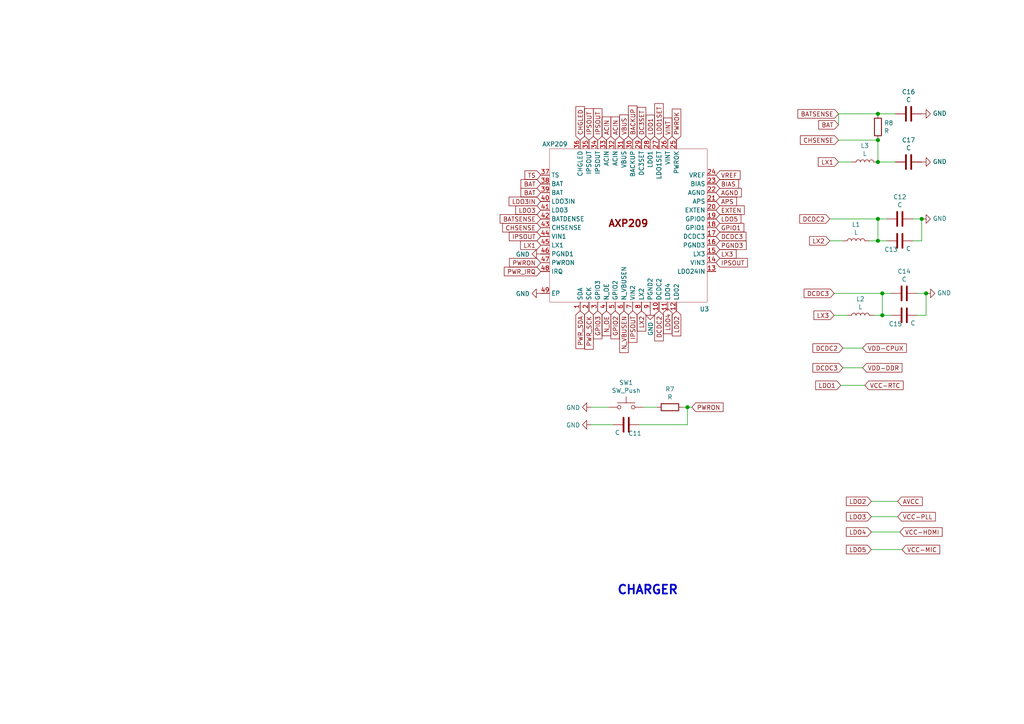
<source format=kicad_sch>
(kicad_sch (version 20210406) (generator eeschema)
  (paper "A4")
  (lib_symbols
    (symbol "AXP209:AXP209"
      (property "Reference" "U" (at 21.59 -25.4 0))
      (property "Value" "AXP209" (at -21.59 22.86 0))
      (symbol "AXP209_0_0"
        (text "AXP209" (at 0 0 0) (effects (font (size 2 2) bold)))
      )
      (symbol "AXP209_0_1"
        (rectangle (start -22.86 21.59) (end 22.86 -22.86) (stroke (width 0.0006)))
      )
      (symbol "AXP209_1_1"
        (pin open_collector line (at -13.97 -25.4 90) (length 2.54) (name "SDA") (number "1"))
        (pin power_in line (at 8.89 -25.4 90) (length 2.54) (name "DCDC2") (number "10"))
        (pin power_out line (at 11.43 -25.4 90) (length 2.54) (name "LDO4") (number "11"))
        (pin power_out line (at 13.97 -25.4 90) (length 2.54) (name "LD02") (number "12"))
        (pin power_out line (at 25.4 -13.97 180) (length 2.54) (name "LDO24IN") (number "13"))
        (pin power_out line (at 25.4 -11.43 180) (length 2.54) (name "VIN3") (number "14"))
        (pin power_out line (at 25.4 -8.89 180) (length 2.54) (name "LX3") (number "15"))
        (pin power_out line (at 25.4 -6.35 180) (length 2.54) (name "PGND3") (number "16"))
        (pin power_out line (at 25.4 -3.81 180) (length 2.54) (name "DCDC3") (number "17"))
        (pin power_out line (at 25.4 -1.27 180) (length 2.54) (name "GPIO1") (number "18"))
        (pin power_out line (at 25.4 1.27 180) (length 2.54) (name "GPIO0") (number "19"))
        (pin input line (at -11.43 -25.4 90) (length 2.54) (name "SCK") (number "2"))
        (pin power_out line (at 25.4 3.81 180) (length 2.54) (name "EXTEN") (number "20"))
        (pin power_out line (at 25.4 6.35 180) (length 2.54) (name "APS") (number "21"))
        (pin power_out line (at 25.4 8.89 180) (length 2.54) (name "AGND") (number "22"))
        (pin power_out line (at 25.4 11.43 180) (length 2.54) (name "BIAS") (number "23"))
        (pin power_out line (at 25.4 13.97 180) (length 2.54) (name "VREF") (number "24"))
        (pin power_out line (at 13.97 24.13 270) (length 2.54) (name "PWROK") (number "25"))
        (pin power_out line (at 11.43 24.13 270) (length 2.54) (name "VINT") (number "26"))
        (pin power_out line (at 8.89 24.13 270) (length 2.54) (name "LDO1SET") (number "27"))
        (pin power_out line (at 6.35 24.13 270) (length 2.54) (name "LDO1") (number "28"))
        (pin power_out line (at 3.81 24.13 270) (length 2.54) (name "DC3SET") (number "29"))
        (pin bidirectional line (at -8.89 -25.4 90) (length 2.54) (name "GPIO3") (number "3"))
        (pin power_out line (at 1.27 24.13 270) (length 2.54) (name "BACKUP") (number "30"))
        (pin power_out line (at -1.27 24.13 270) (length 2.54) (name "VBUS") (number "31"))
        (pin power_out line (at -3.81 24.13 270) (length 2.54) (name "ACIN") (number "32"))
        (pin power_out line (at -6.35 24.13 270) (length 2.54) (name "ACIN") (number "33"))
        (pin power_out line (at -8.89 24.13 270) (length 2.54) (name "IPSOUT") (number "34"))
        (pin power_out line (at -11.43 24.13 270) (length 2.54) (name "IPSOUT") (number "35"))
        (pin power_out line (at -13.97 24.13 270) (length 2.54) (name "CHGLED") (number "36"))
        (pin power_out line (at -25.4 13.97 0) (length 2.54) (name "TS") (number "37"))
        (pin power_out line (at -25.4 11.43 0) (length 2.54) (name "BAT") (number "38"))
        (pin power_out line (at -25.4 8.89 0) (length 2.54) (name "BAT") (number "39"))
        (pin input line (at -6.35 -25.4 90) (length 2.54) (name "N_OE") (number "4"))
        (pin power_out line (at -25.4 6.35 0) (length 2.54) (name "LDO3IN") (number "40"))
        (pin power_out line (at -25.4 3.81 0) (length 2.54) (name "LD03") (number "41"))
        (pin power_out line (at -25.4 1.27 0) (length 2.54) (name "BATDENSE") (number "42"))
        (pin power_out line (at -25.4 -1.27 0) (length 2.54) (name "CHSENSE") (number "43"))
        (pin power_out line (at -25.4 -3.81 0) (length 2.54) (name "VIN1") (number "44"))
        (pin power_out line (at -25.4 -6.35 0) (length 2.54) (name "LX1") (number "45"))
        (pin power_out line (at -25.4 -8.89 0) (length 2.54) (name "PGND1") (number "46"))
        (pin power_out line (at -25.4 -11.43 0) (length 2.54) (name "PWRON") (number "47"))
        (pin power_out line (at -25.4 -13.97 0) (length 2.54) (name "IRQ") (number "48"))
        (pin power_out line (at -25.4 -20.32 0) (length 2.54) (name "EP") (number "49"))
        (pin bidirectional line (at -3.81 -25.4 90) (length 2.54) (name "GPIO2") (number "5"))
        (pin input line (at -1.27 -25.4 90) (length 2.54) (name "N_VBUSEN") (number "6"))
        (pin power_in line (at 1.27 -25.4 90) (length 2.54) (name "VIN2") (number "7"))
        (pin bidirectional line (at 3.81 -25.4 90) (length 2.54) (name "LX2") (number "8"))
        (pin power_in line (at 6.35 -25.4 90) (length 2.54) (name "PGND2") (number "9"))
      )
    )
    (symbol "Connector:Conn_01x02_Female" (pin_names (offset 1.016) hide)
      (property "Reference" "J" (at 0 2.54 0))
      (property "Value" "Conn_01x02_Female" (at 0 -5.08 0))
      (symbol "Conn_01x02_Female_1_1"
        (arc (start 0 -2.032) (end 0 -3.048) (radius (at 0 -2.54) (length 0.508) (angles 90.1 -90.1)) (stroke (width 0.1524)))
        (arc (start 0 0.508) (end 0 -0.508) (radius (at 0 0) (length 0.508) (angles 90.1 -90.1)) (stroke (width 0.1524)))
        (polyline (pts (xy -1.27 -2.54) (xy -0.508 -2.54)) (stroke (width 0.1524)))
        (polyline (pts (xy -1.27 0) (xy -0.508 0)) (stroke (width 0.1524)))
        (pin passive line (at -5.08 0 0) (length 3.81) (name "Pin_1") (number "1"))
        (pin passive line (at -5.08 -2.54 0) (length 3.81) (name "Pin_2") (number "2"))
      )
    )
    (symbol "Device:C" (pin_numbers hide) (pin_names (offset 0.254))
      (property "Reference" "C" (at 0.635 2.54 0))
      (property "Value" "C" (at 0.635 -2.54 0))
      (symbol "C_0_1"
        (polyline (pts (xy -2.032 -0.762) (xy 2.032 -0.762)) (stroke (width 0.508)))
        (polyline (pts (xy -2.032 0.762) (xy 2.032 0.762)) (stroke (width 0.508)))
      )
      (symbol "C_1_1"
        (pin passive line (at 0 3.81 270) (length 2.794) (name "~") (number "1"))
        (pin passive line (at 0 -3.81 90) (length 2.794) (name "~") (number "2"))
      )
    )
    (symbol "Device:L" (pin_numbers hide) (pin_names (offset 1.016) hide)
      (property "Reference" "L" (at -1.27 0 90))
      (property "Value" "L" (at 1.905 0 90))
      (symbol "L_0_1"
        (arc (start 0 -2.54) (end 0 -1.27) (radius (at 0 -1.905) (length 0.635) (angles -89.9 89.9)))
        (arc (start 0 -1.27) (end 0 0) (radius (at 0 -0.635) (length 0.635) (angles -89.9 89.9)))
        (arc (start 0 0) (end 0 1.27) (radius (at 0 0.635) (length 0.635) (angles -89.9 89.9)))
        (arc (start 0 1.27) (end 0 2.54) (radius (at 0 1.905) (length 0.635) (angles -89.9 89.9)))
      )
      (symbol "L_1_1"
        (pin passive line (at 0 3.81 270) (length 1.27) (name "1") (number "1"))
        (pin passive line (at 0 -3.81 90) (length 1.27) (name "2") (number "2"))
      )
    )
    (symbol "Device:R" (pin_numbers hide) (pin_names (offset 0))
      (property "Reference" "R" (at 2.032 0 90))
      (property "Value" "R" (at 0 0 90))
      (symbol "R_0_1"
        (rectangle (start -1.016 -2.54) (end 1.016 2.54) (stroke (width 0.254)))
      )
      (symbol "R_1_1"
        (pin passive line (at 0 3.81 270) (length 1.27) (name "~") (number "1"))
        (pin passive line (at 0 -3.81 90) (length 1.27) (name "~") (number "2"))
      )
    )
    (symbol "Switch:SW_Push" (pin_numbers hide) (pin_names (offset 1.016) hide)
      (property "Reference" "SW" (at 1.27 2.54 0))
      (property "Value" "SW_Push" (at 0 -1.524 0))
      (symbol "SW_Push_0_1"
        (circle (center -2.032 0) (radius 0.508))
        (circle (center 2.032 0) (radius 0.508))
        (polyline (pts (xy 0 1.27) (xy 0 3.048)))
        (polyline (pts (xy 2.54 1.27) (xy -2.54 1.27)))
        (pin passive line (at -5.08 0 0) (length 2.54) (name "1") (number "1"))
        (pin passive line (at 5.08 0 180) (length 2.54) (name "2") (number "2"))
      )
    )
    (symbol "power:GND" (power) (pin_names (offset 0))
      (property "Value" "GND" (at 0 -3.81 0))
      (symbol "GND_0_1"
        (polyline (pts (xy 0 0) (xy 0 -1.27) (xy 1.27 -1.27) (xy 0 -2.54) (xy -1.27 -1.27) (xy 0 -1.27)))
      )
      (symbol "GND_1_1"
        (pin power_in line (at 0 0 270) (length 0) hide (name "GND") (number "1"))
      )
    )
  )
  (junction (at 199.39 118.11) (diameter 1.016))
  (junction (at 254.635 33.02) (diameter 1.016))
  (junction (at 254.635 40.64) (diameter 1.016))
  (junction (at 254.635 46.99) (diameter 1.016))
  (junction (at 254.635 63.5) (diameter 1.016))
  (junction (at 254.635 69.85) (diameter 1.016))
  (junction (at 255.905 85.09) (diameter 1.016))
  (junction (at 255.905 91.44) (diameter 1.016))
  (junction (at 267.335 63.5) (diameter 1.016))
  (junction (at 268.605 85.09) (diameter 1.016))
  (wire (pts (xy 171.45 118.11) (xy 176.53 118.11)))
  (wire (pts (xy 171.45 123.19) (xy 177.8 123.19)))
  (wire (pts (xy 185.42 123.19) (xy 199.39 123.19)))
  (wire (pts (xy 186.69 118.11) (xy 190.5 118.11)))
  (wire (pts (xy 198.12 118.11) (xy 199.39 118.11)))
  (wire (pts (xy 199.39 118.11) (xy 200.66 118.11)))
  (wire (pts (xy 199.39 123.19) (xy 199.39 118.11)))
  (wire (pts (xy 240.665 63.5) (xy 254.635 63.5)))
  (wire (pts (xy 240.665 69.85) (xy 244.475 69.85)))
  (wire (pts (xy 241.935 85.09) (xy 255.905 85.09)))
  (wire (pts (xy 241.935 91.44) (xy 245.745 91.44)))
  (wire (pts (xy 243.205 33.02) (xy 243.205 36.195)))
  (wire (pts (xy 243.205 33.02) (xy 254.635 33.02)))
  (wire (pts (xy 243.205 40.64) (xy 254.635 40.64)))
  (wire (pts (xy 243.205 46.99) (xy 247.015 46.99)))
  (wire (pts (xy 243.84 111.76) (xy 250.825 111.76)))
  (wire (pts (xy 244.475 100.965) (xy 250.19 100.965)))
  (wire (pts (xy 244.475 106.68) (xy 250.19 106.68)))
  (wire (pts (xy 252.095 69.85) (xy 254.635 69.85)))
  (wire (pts (xy 252.73 145.415) (xy 260.35 145.415)))
  (wire (pts (xy 252.73 149.86) (xy 260.35 149.86)))
  (wire (pts (xy 252.73 154.305) (xy 260.985 154.305)))
  (wire (pts (xy 252.73 159.385) (xy 261.62 159.385)))
  (wire (pts (xy 253.365 91.44) (xy 255.905 91.44)))
  (wire (pts (xy 254.635 33.02) (xy 259.715 33.02)))
  (wire (pts (xy 254.635 40.64) (xy 254.635 46.99)))
  (wire (pts (xy 254.635 46.99) (xy 259.715 46.99)))
  (wire (pts (xy 254.635 63.5) (xy 254.635 69.85)))
  (wire (pts (xy 254.635 69.85) (xy 257.175 69.85)))
  (wire (pts (xy 255.905 85.09) (xy 255.905 91.44)))
  (wire (pts (xy 255.905 91.44) (xy 258.445 91.44)))
  (wire (pts (xy 257.175 63.5) (xy 254.635 63.5)))
  (wire (pts (xy 258.445 85.09) (xy 255.905 85.09)))
  (wire (pts (xy 264.795 63.5) (xy 267.335 63.5)))
  (wire (pts (xy 264.795 69.85) (xy 267.335 69.85)))
  (wire (pts (xy 266.065 85.09) (xy 268.605 85.09)))
  (wire (pts (xy 266.065 91.44) (xy 268.605 91.44)))
  (wire (pts (xy 267.335 69.85) (xy 267.335 63.5)))
  (wire (pts (xy 268.605 91.44) (xy 268.605 85.09)))
  (text "CHARGER" (at 196.85 172.72 180) (effects (font (size 2.54 2.54) (thickness 0.508) bold) (justify right bottom)))
  (global_label "TS" (shape input) (at 156.845 50.8 180) (property "Intersheet References" "${INTERSHEET_REFS}" (effects hide)))
  (global_label "BAT" (shape input) (at 156.845 53.34 180) (property "Intersheet References" "${INTERSHEET_REFS}" (effects hide)))
  (global_label "BAT" (shape input) (at 156.845 55.88 180) (property "Intersheet References" "${INTERSHEET_REFS}" (effects hide)))
  (global_label "LDO3IN" (shape input) (at 156.845 58.42 180) (property "Intersheet References" "${INTERSHEET_REFS}" (effects hide)))
  (global_label "LDO3" (shape input) (at 156.845 60.96 180) (property "Intersheet References" "${INTERSHEET_REFS}" (effects hide)))
  (global_label "BATSENSE" (shape input) (at 156.845 63.5 180) (property "Intersheet References" "${INTERSHEET_REFS}" (effects hide)))
  (global_label "CHSENSE" (shape input) (at 156.845 66.04 180) (property "Intersheet References" "${INTERSHEET_REFS}" (effects hide)))
  (global_label "IPSOUT" (shape input) (at 156.845 68.58 180) (property "Intersheet References" "${INTERSHEET_REFS}" (effects hide)))
  (global_label "LX1" (shape input) (at 156.845 71.12 180) (property "Intersheet References" "${INTERSHEET_REFS}" (effects hide)))
  (global_label "PWRON" (shape input) (at 156.845 76.2 180) (property "Intersheet References" "${INTERSHEET_REFS}" (effects hide)))
  (global_label "PWR_IRQ" (shape input) (at 156.845 78.74 180) (property "Intersheet References" "${INTERSHEET_REFS}" (effects hide)))
  (global_label "CHGLED" (shape input) (at 168.275 40.64 90) (property "Intersheet References" "${INTERSHEET_REFS}" (effects hide)))
  (global_label "PWR_SDA" (shape input) (at 168.275 90.17 270) (property "Intersheet References" "${INTERSHEET_REFS}" (effects hide)))
  (global_label "IPSOUT" (shape input) (at 170.815 40.64 90) (property "Intersheet References" "${INTERSHEET_REFS}" (effects hide)))
  (global_label "PWR_SCK" (shape input) (at 170.815 90.17 270) (property "Intersheet References" "${INTERSHEET_REFS}" (effects hide)))
  (global_label "IPSOUT" (shape input) (at 173.355 40.64 90) (property "Intersheet References" "${INTERSHEET_REFS}" (effects hide)))
  (global_label "GPIO3" (shape input) (at 173.355 90.17 270) (property "Intersheet References" "${INTERSHEET_REFS}" (effects hide)))
  (global_label "ACIN" (shape input) (at 175.895 40.64 90) (property "Intersheet References" "${INTERSHEET_REFS}" (effects hide)))
  (global_label "N_OE" (shape input) (at 175.895 90.17 270) (property "Intersheet References" "${INTERSHEET_REFS}" (effects hide)))
  (global_label "ACIN" (shape input) (at 178.435 40.64 90) (property "Intersheet References" "${INTERSHEET_REFS}" (effects hide)))
  (global_label "GPIO2" (shape input) (at 178.435 90.17 270) (property "Intersheet References" "${INTERSHEET_REFS}" (effects hide)))
  (global_label "VBUS" (shape input) (at 180.975 40.64 90) (property "Intersheet References" "${INTERSHEET_REFS}" (effects hide)))
  (global_label "N_VBUSEN" (shape input) (at 180.975 90.17 270) (property "Intersheet References" "${INTERSHEET_REFS}" (effects hide)))
  (global_label "BACKUP" (shape input) (at 183.515 40.64 90) (property "Intersheet References" "${INTERSHEET_REFS}" (effects hide)))
  (global_label "IPSOUT" (shape input) (at 183.515 90.17 270) (property "Intersheet References" "${INTERSHEET_REFS}" (effects hide)))
  (global_label "DC3SET" (shape input) (at 186.055 40.64 90) (property "Intersheet References" "${INTERSHEET_REFS}" (effects hide)))
  (global_label "LX2" (shape input) (at 186.055 90.17 270) (property "Intersheet References" "${INTERSHEET_REFS}" (effects hide)))
  (global_label "LDO1" (shape input) (at 188.595 40.64 90) (property "Intersheet References" "${INTERSHEET_REFS}" (effects hide)))
  (global_label "LDO1SET" (shape input) (at 191.135 40.64 90) (property "Intersheet References" "${INTERSHEET_REFS}" (effects hide)))
  (global_label "DCDC2" (shape input) (at 191.135 90.17 270) (property "Intersheet References" "${INTERSHEET_REFS}" (effects hide)))
  (global_label "VINT" (shape input) (at 193.675 40.64 90) (property "Intersheet References" "${INTERSHEET_REFS}" (effects hide)))
  (global_label "LDO4" (shape input) (at 193.675 89.535 270) (property "Intersheet References" "${INTERSHEET_REFS}" (effects hide)))
  (global_label "PWROK" (shape input) (at 196.215 40.64 90) (property "Intersheet References" "${INTERSHEET_REFS}" (effects hide)))
  (global_label "LDO2" (shape input) (at 196.215 90.17 270) (property "Intersheet References" "${INTERSHEET_REFS}" (effects hide)))
  (global_label "PWRON" (shape input) (at 200.66 118.11 0) (property "Intersheet References" "${INTERSHEET_REFS}" (effects hide)))
  (global_label "VREF" (shape input) (at 207.645 50.8 0) (property "Intersheet References" "${INTERSHEET_REFS}" (effects hide)))
  (global_label "BIAS" (shape input) (at 207.645 53.34 0) (property "Intersheet References" "${INTERSHEET_REFS}" (effects hide)))
  (global_label "AGND" (shape input) (at 207.645 55.88 0) (property "Intersheet References" "${INTERSHEET_REFS}" (effects hide)))
  (global_label "APS" (shape input) (at 207.645 58.42 0) (property "Intersheet References" "${INTERSHEET_REFS}" (effects hide)))
  (global_label "EXTEN" (shape input) (at 207.645 60.96 0) (property "Intersheet References" "${INTERSHEET_REFS}" (effects hide)))
  (global_label "LDO5" (shape input) (at 207.645 63.5 0) (property "Intersheet References" "${INTERSHEET_REFS}" (effects hide)))
  (global_label "GPIO1" (shape input) (at 207.645 66.04 0) (property "Intersheet References" "${INTERSHEET_REFS}" (effects hide)))
  (global_label "DCDC3" (shape input) (at 207.645 68.58 0) (property "Intersheet References" "${INTERSHEET_REFS}" (effects hide)))
  (global_label "PGND3" (shape input) (at 207.645 71.12 0) (property "Intersheet References" "${INTERSHEET_REFS}" (effects hide)))
  (global_label "LX3" (shape input) (at 207.645 73.66 0) (property "Intersheet References" "${INTERSHEET_REFS}" (effects hide)))
  (global_label "IPSOUT" (shape input) (at 207.645 76.2 0) (property "Intersheet References" "${INTERSHEET_REFS}" (effects hide)))
  (global_label "DCDC2" (shape input) (at 240.665 63.5 180) (property "Intersheet References" "${INTERSHEET_REFS}" (effects hide)))
  (global_label "LX2" (shape input) (at 240.665 69.85 180) (property "Intersheet References" "${INTERSHEET_REFS}" (effects hide)))
  (global_label "DCDC3" (shape input) (at 241.935 85.09 180) (property "Intersheet References" "${INTERSHEET_REFS}" (effects hide)))
  (global_label "LX3" (shape input) (at 241.935 91.44 180) (property "Intersheet References" "${INTERSHEET_REFS}" (effects hide)))
  (global_label "BATSENSE" (shape input) (at 243.205 33.02 180) (property "Intersheet References" "${INTERSHEET_REFS}" (effects hide)))
  (global_label "BAT" (shape input) (at 243.205 36.195 180) (property "Intersheet References" "${INTERSHEET_REFS}" (effects hide)))
  (global_label "CHSENSE" (shape input) (at 243.205 40.64 180) (property "Intersheet References" "${INTERSHEET_REFS}" (effects hide)))
  (global_label "LX1" (shape input) (at 243.205 46.99 180) (property "Intersheet References" "${INTERSHEET_REFS}" (effects hide)))
  (global_label "LDO1" (shape input) (at 243.84 111.76 180) (property "Intersheet References" "${INTERSHEET_REFS}" (effects hide)))
  (global_label "DCDC2" (shape input) (at 244.475 100.965 180) (property "Intersheet References" "${INTERSHEET_REFS}" (effects hide)))
  (global_label "DCDC3" (shape input) (at 244.475 106.68 180) (property "Intersheet References" "${INTERSHEET_REFS}" (effects hide)))
  (global_label "VDD-CPUX" (shape input) (at 250.19 100.965 0) (property "Intersheet References" "${INTERSHEET_REFS}" (effects hide)))
  (global_label "VDD-DDR" (shape input) (at 250.19 106.68 0) (property "Intersheet References" "${INTERSHEET_REFS}" (effects hide)))
  (global_label "VCC-RTC" (shape input) (at 250.825 111.76 0) (property "Intersheet References" "${INTERSHEET_REFS}" (effects hide)))
  (global_label "LDO2" (shape input) (at 252.73 145.415 180) (property "Intersheet References" "${INTERSHEET_REFS}" (effects hide)))
  (global_label "LDO3" (shape input) (at 252.73 149.86 180) (property "Intersheet References" "${INTERSHEET_REFS}" (effects hide)))
  (global_label "LDO4" (shape input) (at 252.73 154.305 180) (property "Intersheet References" "${INTERSHEET_REFS}" (effects hide)))
  (global_label "LDO5" (shape input) (at 252.73 159.385 180) (property "Intersheet References" "${INTERSHEET_REFS}" (effects hide)))
  (global_label "AVCC" (shape input) (at 260.35 145.415 0) (property "Intersheet References" "${INTERSHEET_REFS}" (effects hide)))
  (global_label "VCC-PLL" (shape input) (at 260.35 149.86 0) (property "Intersheet References" "${INTERSHEET_REFS}" (effects hide)))
  (global_label "VCC-HDMI" (shape input) (at 260.985 154.305 0) (property "Intersheet References" "${INTERSHEET_REFS}" (effects hide)))
  (global_label "VCC-MIC" (shape input) (at 261.62 159.385 0) (property "Intersheet References" "${INTERSHEET_REFS}" (effects hide)))
  (global_label "BAT" (shape input) (at 357.505 19.685 180) (property "Intersheet References" "${INTERSHEET_REFS}" (effects hide)))
  (symbol (lib_id "power:GND") (at 156.845 73.66 270) (unit 1)
    (property "Reference" "#PWR0112" (effects hide))
    (property "Value" "GND" (at 153.67 73.7743 90) (effects (justify right)))
  )
  (symbol (lib_id "power:GND") (at 156.845 85.09 270) (unit 1)
    (property "Reference" "#PWR0113" (effects hide))
    (property "Value" "GND" (at 153.67 85.2043 90) (effects (justify right)))
  )
  (symbol (lib_id "power:GND") (at 171.45 118.11 270) (unit 1)
    (property "Reference" "#PWR0110" (effects hide))
    (property "Value" "GND" (at 168.275 118.2243 90) (effects (justify right)))
  )
  (symbol (lib_id "power:GND") (at 171.45 123.19 270) (unit 1)
    (property "Reference" "#PWR0111" (effects hide))
    (property "Value" "GND" (at 168.275 123.3043 90) (effects (justify right)))
  )
  (symbol (lib_id "power:GND") (at 188.595 90.17 0) (unit 1)
    (property "Reference" "#PWR0109" (effects hide))
    (property "Value" "GND" (at 188.7093 93.345 90) (effects (justify right)))
  )
  (symbol (lib_id "power:GND") (at 267.335 33.02 90) (unit 1)
    (property "Reference" "#PWR0116" (effects hide))
    (property "Value" "GND" (at 270.5101 32.9057 90) (effects (justify right)))
  )
  (symbol (lib_id "power:GND") (at 267.335 46.99 90) (unit 1)
    (property "Reference" "#PWR0117" (effects hide))
    (property "Value" "GND" (at 270.5101 46.8757 90) (effects (justify right)))
  )
  (symbol (lib_id "power:GND") (at 267.335 63.5 90) (unit 1)
    (property "Reference" "#PWR0114" (effects hide))
    (property "Value" "GND" (at 270.5101 63.3857 90) (effects (justify right)))
  )
  (symbol (lib_id "power:GND") (at 268.605 85.09 90) (unit 1)
    (property "Reference" "#PWR0115" (effects hide))
    (property "Value" "GND" (at 271.7801 84.9757 90) (effects (justify right)))
  )
  (symbol (lib_id "power:GND") (at 357.505 22.225 270) (unit 1)
    (property "Reference" "#PWR0118" (effects hide))
    (property "Value" "GND" (at 354.33 22.3393 90) (effects (justify right)))
  )
  (symbol (lib_id "Device:L") (at 248.285 69.85 90) (unit 1)
    (property "Reference" "L1" (at 248.285 65.1318 90))
    (property "Value" "L" (at 248.285 67.4305 90))
  )
  (symbol (lib_id "Device:L") (at 249.555 91.44 90) (unit 1)
    (property "Reference" "L2" (at 249.555 86.7218 90))
    (property "Value" "L" (at 249.555 89.0205 90))
  )
  (symbol (lib_id "Device:L") (at 250.825 46.99 90) (unit 1)
    (property "Reference" "L3" (at 250.825 42.2718 90))
    (property "Value" "L" (at 250.825 44.5705 90))
  )
  (symbol (lib_id "Device:R") (at 194.31 118.11 90) (unit 1)
    (property "Reference" "R7" (at 194.31 112.8838 90))
    (property "Value" "R" (at 194.31 115.1825 90))
    (property "Footprint" "Resistor_SMD:R_0402_1005Metric" (effects hide))
  )
  (symbol (lib_id "Device:R") (at 254.635 36.83 0) (unit 1)
    (property "Reference" "R8" (at 256.4131 35.6806 0) (effects (justify left)))
    (property "Value" "R" (at 256.4131 37.9793 0) (effects (justify left)))
    (property "Footprint" "Resistor_SMD:R_0402_1005Metric" (effects hide))
  )
  (symbol (lib_id "Connector:Conn_01x02_Female") (at 362.585 19.685 0) (unit 1)
    (property "Reference" "J3" (at 363.2963 20.2628 0) (effects (justify left)))
    (property "Value" "Conn_01x02_Female" (at 363.2963 22.5615 0) (effects (justify left)))
  )
  (symbol (lib_id "Device:C") (at 181.61 123.19 270) (unit 1)
    (property "Reference" "C11" (at 184.15 125.7108 90))
    (property "Value" "C" (at 179.07 125.4695 90))
  )
  (symbol (lib_id "Device:C") (at 260.985 63.5 90) (unit 1)
    (property "Reference" "C12" (at 260.985 57.1308 90))
    (property "Value" "C" (at 260.985 59.4295 90))
  )
  (symbol (lib_id "Device:C") (at 260.985 69.85 90) (unit 1)
    (property "Reference" "C13" (at 258.445 72.3708 90))
    (property "Value" "C" (at 263.525 72.1295 90))
  )
  (symbol (lib_id "Device:C") (at 262.255 85.09 90) (unit 1)
    (property "Reference" "C14" (at 262.255 78.7208 90))
    (property "Value" "C" (at 262.255 81.0195 90))
  )
  (symbol (lib_id "Device:C") (at 262.255 91.44 90) (unit 1)
    (property "Reference" "C15" (at 259.715 93.9608 90))
    (property "Value" "C" (at 264.795 93.7195 90))
  )
  (symbol (lib_id "Device:C") (at 263.525 33.02 270) (unit 1)
    (property "Reference" "C16" (at 263.525 26.6508 90))
    (property "Value" "C" (at 263.525 28.9495 90))
  )
  (symbol (lib_id "Device:C") (at 263.525 46.99 270) (unit 1)
    (property "Reference" "C17" (at 263.525 40.6208 90))
    (property "Value" "C" (at 263.525 42.9195 90))
  )
  (symbol (lib_id "Switch:SW_Push") (at 181.61 118.11 0) (unit 1)
    (property "Reference" "SW1" (at 181.61 110.9788 0))
    (property "Value" "SW_Push" (at 181.61 113.2775 0))
  )
  (symbol (lib_id "AXP209:AXP209") (at 182.245 64.77 0) (unit 1)
    (property "Reference" "U3" (at 202.9461 89.6556 0) (effects (justify left)))
    (property "Value" "AXP209" (at 157.2261 41.7893 0) (effects (justify left)))
    (property "Footprint" "Package_DFN_QFN:QFN-48-1EP_6x6mm_P0.4mm_EP4.6x4.6mm_ThermalVias" (effects hide))
  )
)
</source>
